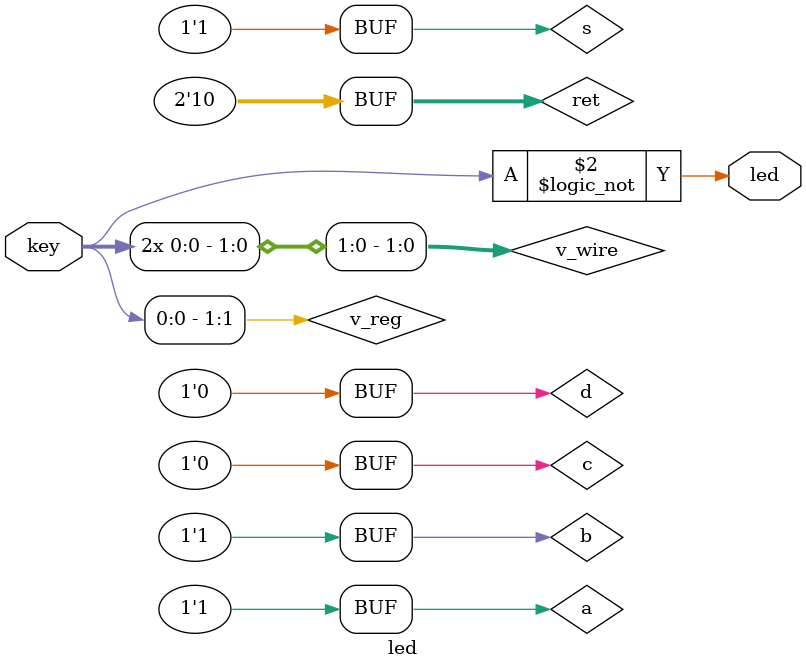
<source format=v>
module led(  // 该括号内对 io口 以及类型 进行说明
    input key,  // 默认为 wire 型
    output reg led  // 因为需要再always中改变状态, 需要设置为寄存器型
);

reg [5:0]v_reg;  // 定义一个 线类型, 宽度为 6bit
wire [5:0]v_wire;  // 定义一个 寄存器类型, 宽度为 6bit

always @(*) begin  // * 表示内部的任何变量发生变化的时候, 就会并行执行该 block
                   // 该块 没有带时钟信号, 虽然内部产生的信号定义还是 reg型的, 但是他并没有产生时序逻辑, 还是组合逻辑, 只有带时钟信号之后, 才会使用真正的存储单元/寄存器
                   // begin ... end 表示改语句是一个块, 块内的语句是一体的, 如果没有begin ... end, 则只会执行 always 下面紧挨着的 1行!
    led = !key;    // 对reg 类型变量 阻塞赋值, 他执行完毕, 才会执行下面的

    v_reg[1] = key;
    // v_wire[1] = key;  // 不能 对 wire 类型 进行赋值, wire类型是用来连接各种门的信号线, 他只能使用 assign进行连线
end

// assign v_reg[0] = key;  // 寄存器类型 不能进行 连线, 他只能在 always中进行赋值
assign v_wire[0] = key;
assign v_wire[1] = v_reg[1];  // 把 v_wire 线中 下标1的位置直接连到 v_reg寄存器中的下标1



// 信号的位宽
//     信号宽度默认是 1bit, 可以省略不写
wire c;
assign c = 1'b1 + 1'b1;  // c的宽度是 1bit, 这个加法溢出了, 溢出的丢失, 所以c 是 1'b0


wire a;
wire b;
wire d;
wire s;
assign a = 1'b1;
assign b = 1'b1;
assign {s, d} = a + b;  // 也会溢出, 我们把进位保存起来到 s

wire [1:0]ret;
assign {ret[1], ret[0]} = a + b;  // 把结果和进位 拼接到位宽为 2 的 ret中


endmodule
</source>
